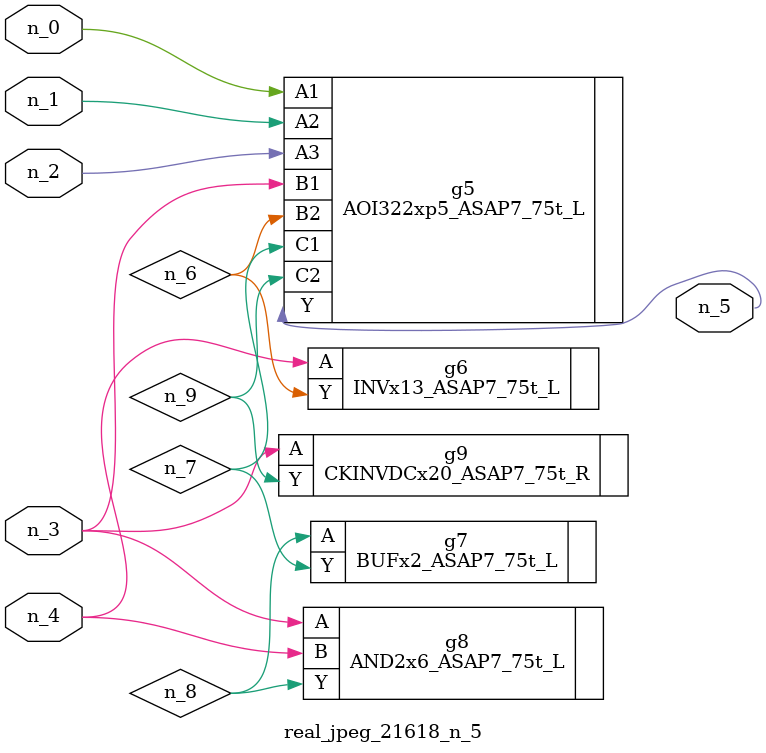
<source format=v>
module real_jpeg_21618_n_5 (n_4, n_0, n_1, n_2, n_3, n_5);

input n_4;
input n_0;
input n_1;
input n_2;
input n_3;

output n_5;

wire n_8;
wire n_6;
wire n_7;
wire n_9;

AOI322xp5_ASAP7_75t_L g5 ( 
.A1(n_0),
.A2(n_1),
.A3(n_2),
.B1(n_3),
.B2(n_6),
.C1(n_7),
.C2(n_9),
.Y(n_5)
);

AND2x6_ASAP7_75t_L g8 ( 
.A(n_3),
.B(n_4),
.Y(n_8)
);

CKINVDCx20_ASAP7_75t_R g9 ( 
.A(n_3),
.Y(n_9)
);

INVx13_ASAP7_75t_L g6 ( 
.A(n_4),
.Y(n_6)
);

BUFx2_ASAP7_75t_L g7 ( 
.A(n_8),
.Y(n_7)
);


endmodule
</source>
